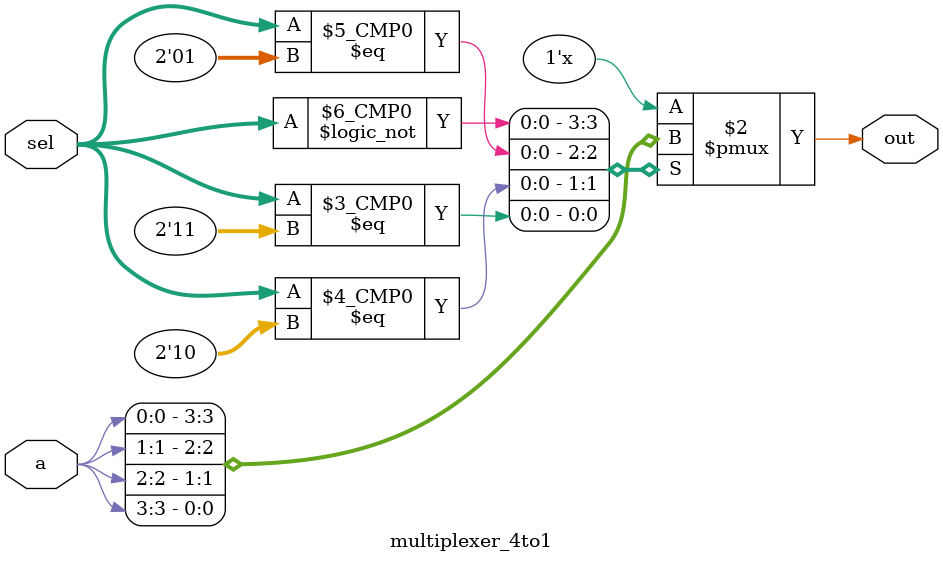
<source format=v>
module multiplexer_4to1(input [1:0] sel, input [3:0] a, output reg out);
   always @* begin
      case(sel)
         2'b00: out = a[0];
         2'b01: out = a[1];
         2'b10: out = a[2];
         2'b11: out = a[3];
      endcase
   end
endmodule

</source>
